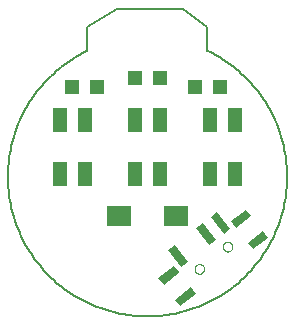
<source format=gtp>
G75*
%MOIN*%
%OFA0B0*%
%FSLAX25Y25*%
%IPPOS*%
%LPD*%
%AMOC8*
5,1,8,0,0,1.08239X$1,22.5*
%
%ADD10C,0.00600*%
%ADD11R,0.07087X0.02756*%
%ADD12R,0.06756X0.02756*%
%ADD13R,0.06362X0.02756*%
%ADD14C,0.00000*%
%ADD15R,0.04528X0.07874*%
%ADD16R,0.07874X0.06693*%
%ADD17R,0.04724X0.04724*%
D10*
X0061300Y0123300D02*
X0060276Y0122797D01*
X0059265Y0122269D01*
X0058267Y0121717D01*
X0057283Y0121140D01*
X0056314Y0120539D01*
X0055359Y0119915D01*
X0054420Y0119267D01*
X0053498Y0118597D01*
X0052591Y0117904D01*
X0051703Y0117189D01*
X0050832Y0116453D01*
X0049979Y0115695D01*
X0049145Y0114917D01*
X0048331Y0114118D01*
X0047536Y0113300D01*
X0046761Y0112463D01*
X0046008Y0111606D01*
X0045275Y0110732D01*
X0044565Y0109840D01*
X0043876Y0108931D01*
X0043210Y0108005D01*
X0042567Y0107063D01*
X0041947Y0106106D01*
X0041350Y0105133D01*
X0040778Y0104147D01*
X0040230Y0103146D01*
X0039707Y0102133D01*
X0039208Y0101107D01*
X0038735Y0100069D01*
X0038288Y0099020D01*
X0037867Y0097960D01*
X0037471Y0096890D01*
X0037102Y0095811D01*
X0036760Y0094723D01*
X0036444Y0093627D01*
X0036155Y0092523D01*
X0035894Y0091413D01*
X0035659Y0090297D01*
X0035452Y0089175D01*
X0035273Y0088049D01*
X0035122Y0086918D01*
X0034998Y0085784D01*
X0034902Y0084648D01*
X0034833Y0083509D01*
X0034793Y0082369D01*
X0034781Y0081229D01*
X0034797Y0080088D01*
X0034840Y0078948D01*
X0034912Y0077810D01*
X0035012Y0076674D01*
X0035139Y0075540D01*
X0035294Y0074410D01*
X0035477Y0073285D01*
X0035687Y0072163D01*
X0035925Y0071048D01*
X0036190Y0069938D01*
X0036482Y0068836D01*
X0036801Y0067741D01*
X0037147Y0066654D01*
X0037519Y0065576D01*
X0037918Y0064507D01*
X0038343Y0063449D01*
X0038793Y0062401D01*
X0039269Y0061364D01*
X0039771Y0060340D01*
X0040297Y0059328D01*
X0040848Y0058329D01*
X0041423Y0057344D01*
X0042023Y0056374D01*
X0042646Y0055418D01*
X0043292Y0054478D01*
X0043961Y0053555D01*
X0044652Y0052648D01*
X0045366Y0051758D01*
X0046101Y0050886D01*
X0046857Y0050032D01*
X0047634Y0049197D01*
X0048431Y0048381D01*
X0049248Y0047585D01*
X0050085Y0046809D01*
X0050940Y0046054D01*
X0051813Y0045321D01*
X0052704Y0044608D01*
X0053612Y0043918D01*
X0054537Y0043251D01*
X0055478Y0042606D01*
X0056434Y0041985D01*
X0057405Y0041387D01*
X0058391Y0040813D01*
X0059391Y0040263D01*
X0060403Y0039739D01*
X0061429Y0039239D01*
X0062466Y0038764D01*
X0063514Y0038315D01*
X0064574Y0037892D01*
X0065643Y0037495D01*
X0066722Y0037124D01*
X0067809Y0036780D01*
X0068905Y0036463D01*
X0070008Y0036172D01*
X0071117Y0035909D01*
X0072233Y0035673D01*
X0073355Y0035465D01*
X0074481Y0035284D01*
X0075611Y0035130D01*
X0076745Y0035005D01*
X0077881Y0034907D01*
X0079020Y0034837D01*
X0080159Y0034795D01*
X0081300Y0034781D01*
X0082441Y0034795D01*
X0083580Y0034837D01*
X0084719Y0034907D01*
X0085855Y0035005D01*
X0086989Y0035130D01*
X0088119Y0035284D01*
X0089245Y0035465D01*
X0090367Y0035673D01*
X0091483Y0035909D01*
X0092592Y0036172D01*
X0093695Y0036463D01*
X0094791Y0036780D01*
X0095878Y0037124D01*
X0096957Y0037495D01*
X0098026Y0037892D01*
X0099086Y0038315D01*
X0100134Y0038764D01*
X0101171Y0039239D01*
X0102197Y0039739D01*
X0103209Y0040263D01*
X0104209Y0040813D01*
X0105195Y0041387D01*
X0106166Y0041985D01*
X0107122Y0042606D01*
X0108063Y0043251D01*
X0108988Y0043918D01*
X0109896Y0044608D01*
X0110787Y0045321D01*
X0111660Y0046054D01*
X0112515Y0046809D01*
X0113352Y0047585D01*
X0114169Y0048381D01*
X0114966Y0049197D01*
X0115743Y0050032D01*
X0116499Y0050886D01*
X0117234Y0051758D01*
X0117948Y0052648D01*
X0118639Y0053555D01*
X0119308Y0054478D01*
X0119954Y0055418D01*
X0120577Y0056374D01*
X0121177Y0057344D01*
X0121752Y0058329D01*
X0122303Y0059328D01*
X0122829Y0060340D01*
X0123331Y0061364D01*
X0123807Y0062401D01*
X0124257Y0063449D01*
X0124682Y0064507D01*
X0125081Y0065576D01*
X0125453Y0066654D01*
X0125799Y0067741D01*
X0126118Y0068836D01*
X0126410Y0069938D01*
X0126675Y0071048D01*
X0126913Y0072163D01*
X0127123Y0073285D01*
X0127306Y0074410D01*
X0127461Y0075540D01*
X0127588Y0076674D01*
X0127688Y0077810D01*
X0127760Y0078948D01*
X0127803Y0080088D01*
X0127819Y0081229D01*
X0127807Y0082369D01*
X0127767Y0083509D01*
X0127698Y0084648D01*
X0127602Y0085784D01*
X0127478Y0086918D01*
X0127327Y0088049D01*
X0127148Y0089175D01*
X0126941Y0090297D01*
X0126706Y0091413D01*
X0126445Y0092523D01*
X0126156Y0093627D01*
X0125840Y0094723D01*
X0125498Y0095811D01*
X0125129Y0096890D01*
X0124733Y0097960D01*
X0124312Y0099020D01*
X0123865Y0100069D01*
X0123392Y0101107D01*
X0122893Y0102133D01*
X0122370Y0103146D01*
X0121822Y0104147D01*
X0121250Y0105133D01*
X0120653Y0106106D01*
X0120033Y0107063D01*
X0119390Y0108005D01*
X0118724Y0108931D01*
X0118035Y0109840D01*
X0117325Y0110732D01*
X0116592Y0111606D01*
X0115839Y0112463D01*
X0115064Y0113300D01*
X0114269Y0114118D01*
X0113455Y0114917D01*
X0112621Y0115695D01*
X0111768Y0116453D01*
X0110897Y0117189D01*
X0110009Y0117904D01*
X0109102Y0118597D01*
X0108180Y0119267D01*
X0107241Y0119915D01*
X0106286Y0120539D01*
X0105317Y0121140D01*
X0104333Y0121717D01*
X0103335Y0122269D01*
X0102324Y0122797D01*
X0101300Y0123300D01*
X0101300Y0131300D01*
X0093300Y0137300D01*
X0071300Y0137300D01*
X0061300Y0131300D01*
X0061300Y0123300D01*
D11*
G36*
X0104503Y0069617D02*
X0108865Y0064034D01*
X0106693Y0062337D01*
X0102331Y0067920D01*
X0104503Y0069617D01*
G37*
G36*
X0099775Y0065924D02*
X0104137Y0060341D01*
X0101965Y0058644D01*
X0097603Y0064227D01*
X0099775Y0065924D01*
G37*
G36*
X0090318Y0058536D02*
X0094680Y0052953D01*
X0092508Y0051256D01*
X0088146Y0056839D01*
X0090318Y0058536D01*
G37*
D12*
G36*
X0084956Y0047463D02*
X0090279Y0051621D01*
X0091976Y0049449D01*
X0086653Y0045291D01*
X0084956Y0047463D01*
G37*
G36*
X0090531Y0040327D02*
X0095854Y0044485D01*
X0097551Y0042313D01*
X0092228Y0038155D01*
X0090531Y0040327D01*
G37*
D13*
G36*
X0114779Y0059272D02*
X0119792Y0063188D01*
X0121489Y0061016D01*
X0116476Y0057100D01*
X0114779Y0059272D01*
G37*
G36*
X0109204Y0066408D02*
X0114217Y0070324D01*
X0115914Y0068152D01*
X0110901Y0064236D01*
X0109204Y0066408D01*
G37*
D14*
X0106428Y0057994D02*
X0106430Y0058074D01*
X0106436Y0058153D01*
X0106446Y0058232D01*
X0106460Y0058311D01*
X0106477Y0058389D01*
X0106499Y0058466D01*
X0106524Y0058541D01*
X0106554Y0058615D01*
X0106586Y0058688D01*
X0106623Y0058759D01*
X0106663Y0058828D01*
X0106706Y0058895D01*
X0106753Y0058960D01*
X0106802Y0059022D01*
X0106855Y0059082D01*
X0106911Y0059139D01*
X0106969Y0059194D01*
X0107030Y0059245D01*
X0107094Y0059293D01*
X0107160Y0059338D01*
X0107228Y0059380D01*
X0107298Y0059418D01*
X0107370Y0059452D01*
X0107443Y0059483D01*
X0107518Y0059511D01*
X0107595Y0059534D01*
X0107672Y0059554D01*
X0107750Y0059570D01*
X0107829Y0059582D01*
X0107908Y0059590D01*
X0107988Y0059594D01*
X0108068Y0059594D01*
X0108148Y0059590D01*
X0108227Y0059582D01*
X0108306Y0059570D01*
X0108384Y0059554D01*
X0108461Y0059534D01*
X0108538Y0059511D01*
X0108613Y0059483D01*
X0108686Y0059452D01*
X0108758Y0059418D01*
X0108828Y0059380D01*
X0108896Y0059338D01*
X0108962Y0059293D01*
X0109026Y0059245D01*
X0109087Y0059194D01*
X0109145Y0059139D01*
X0109201Y0059082D01*
X0109254Y0059022D01*
X0109303Y0058960D01*
X0109350Y0058895D01*
X0109393Y0058828D01*
X0109433Y0058759D01*
X0109470Y0058688D01*
X0109502Y0058615D01*
X0109532Y0058541D01*
X0109557Y0058466D01*
X0109579Y0058389D01*
X0109596Y0058311D01*
X0109610Y0058232D01*
X0109620Y0058153D01*
X0109626Y0058074D01*
X0109628Y0057994D01*
X0109626Y0057914D01*
X0109620Y0057835D01*
X0109610Y0057756D01*
X0109596Y0057677D01*
X0109579Y0057599D01*
X0109557Y0057522D01*
X0109532Y0057447D01*
X0109502Y0057373D01*
X0109470Y0057300D01*
X0109433Y0057229D01*
X0109393Y0057160D01*
X0109350Y0057093D01*
X0109303Y0057028D01*
X0109254Y0056966D01*
X0109201Y0056906D01*
X0109145Y0056849D01*
X0109087Y0056794D01*
X0109026Y0056743D01*
X0108962Y0056695D01*
X0108896Y0056650D01*
X0108828Y0056608D01*
X0108758Y0056570D01*
X0108686Y0056536D01*
X0108613Y0056505D01*
X0108538Y0056477D01*
X0108461Y0056454D01*
X0108384Y0056434D01*
X0108306Y0056418D01*
X0108227Y0056406D01*
X0108148Y0056398D01*
X0108068Y0056394D01*
X0107988Y0056394D01*
X0107908Y0056398D01*
X0107829Y0056406D01*
X0107750Y0056418D01*
X0107672Y0056434D01*
X0107595Y0056454D01*
X0107518Y0056477D01*
X0107443Y0056505D01*
X0107370Y0056536D01*
X0107298Y0056570D01*
X0107228Y0056608D01*
X0107160Y0056650D01*
X0107094Y0056695D01*
X0107030Y0056743D01*
X0106969Y0056794D01*
X0106911Y0056849D01*
X0106855Y0056906D01*
X0106802Y0056966D01*
X0106753Y0057028D01*
X0106706Y0057093D01*
X0106663Y0057160D01*
X0106623Y0057229D01*
X0106586Y0057300D01*
X0106554Y0057373D01*
X0106524Y0057447D01*
X0106499Y0057522D01*
X0106477Y0057599D01*
X0106460Y0057677D01*
X0106446Y0057756D01*
X0106436Y0057835D01*
X0106430Y0057914D01*
X0106428Y0057994D01*
X0096972Y0050606D02*
X0096974Y0050686D01*
X0096980Y0050765D01*
X0096990Y0050844D01*
X0097004Y0050923D01*
X0097021Y0051001D01*
X0097043Y0051078D01*
X0097068Y0051153D01*
X0097098Y0051227D01*
X0097130Y0051300D01*
X0097167Y0051371D01*
X0097207Y0051440D01*
X0097250Y0051507D01*
X0097297Y0051572D01*
X0097346Y0051634D01*
X0097399Y0051694D01*
X0097455Y0051751D01*
X0097513Y0051806D01*
X0097574Y0051857D01*
X0097638Y0051905D01*
X0097704Y0051950D01*
X0097772Y0051992D01*
X0097842Y0052030D01*
X0097914Y0052064D01*
X0097987Y0052095D01*
X0098062Y0052123D01*
X0098139Y0052146D01*
X0098216Y0052166D01*
X0098294Y0052182D01*
X0098373Y0052194D01*
X0098452Y0052202D01*
X0098532Y0052206D01*
X0098612Y0052206D01*
X0098692Y0052202D01*
X0098771Y0052194D01*
X0098850Y0052182D01*
X0098928Y0052166D01*
X0099005Y0052146D01*
X0099082Y0052123D01*
X0099157Y0052095D01*
X0099230Y0052064D01*
X0099302Y0052030D01*
X0099372Y0051992D01*
X0099440Y0051950D01*
X0099506Y0051905D01*
X0099570Y0051857D01*
X0099631Y0051806D01*
X0099689Y0051751D01*
X0099745Y0051694D01*
X0099798Y0051634D01*
X0099847Y0051572D01*
X0099894Y0051507D01*
X0099937Y0051440D01*
X0099977Y0051371D01*
X0100014Y0051300D01*
X0100046Y0051227D01*
X0100076Y0051153D01*
X0100101Y0051078D01*
X0100123Y0051001D01*
X0100140Y0050923D01*
X0100154Y0050844D01*
X0100164Y0050765D01*
X0100170Y0050686D01*
X0100172Y0050606D01*
X0100170Y0050526D01*
X0100164Y0050447D01*
X0100154Y0050368D01*
X0100140Y0050289D01*
X0100123Y0050211D01*
X0100101Y0050134D01*
X0100076Y0050059D01*
X0100046Y0049985D01*
X0100014Y0049912D01*
X0099977Y0049841D01*
X0099937Y0049772D01*
X0099894Y0049705D01*
X0099847Y0049640D01*
X0099798Y0049578D01*
X0099745Y0049518D01*
X0099689Y0049461D01*
X0099631Y0049406D01*
X0099570Y0049355D01*
X0099506Y0049307D01*
X0099440Y0049262D01*
X0099372Y0049220D01*
X0099302Y0049182D01*
X0099230Y0049148D01*
X0099157Y0049117D01*
X0099082Y0049089D01*
X0099005Y0049066D01*
X0098928Y0049046D01*
X0098850Y0049030D01*
X0098771Y0049018D01*
X0098692Y0049010D01*
X0098612Y0049006D01*
X0098532Y0049006D01*
X0098452Y0049010D01*
X0098373Y0049018D01*
X0098294Y0049030D01*
X0098216Y0049046D01*
X0098139Y0049066D01*
X0098062Y0049089D01*
X0097987Y0049117D01*
X0097914Y0049148D01*
X0097842Y0049182D01*
X0097772Y0049220D01*
X0097704Y0049262D01*
X0097638Y0049307D01*
X0097574Y0049355D01*
X0097513Y0049406D01*
X0097455Y0049461D01*
X0097399Y0049518D01*
X0097346Y0049578D01*
X0097297Y0049640D01*
X0097250Y0049705D01*
X0097207Y0049772D01*
X0097167Y0049841D01*
X0097130Y0049912D01*
X0097098Y0049985D01*
X0097068Y0050059D01*
X0097043Y0050134D01*
X0097021Y0050211D01*
X0097004Y0050289D01*
X0096990Y0050368D01*
X0096980Y0050447D01*
X0096974Y0050526D01*
X0096972Y0050606D01*
D15*
X0102068Y0082245D03*
X0110532Y0082245D03*
X0110532Y0100355D03*
X0102068Y0100355D03*
X0085532Y0100355D03*
X0077068Y0100355D03*
X0060532Y0100355D03*
X0052068Y0100355D03*
X0052068Y0082245D03*
X0060532Y0082245D03*
X0077068Y0082245D03*
X0085532Y0082245D03*
D16*
X0071851Y0068300D03*
X0090749Y0068300D03*
D17*
X0097166Y0111300D03*
X0105434Y0111300D03*
X0085434Y0114300D03*
X0077166Y0114300D03*
X0064434Y0111300D03*
X0056166Y0111300D03*
M02*

</source>
